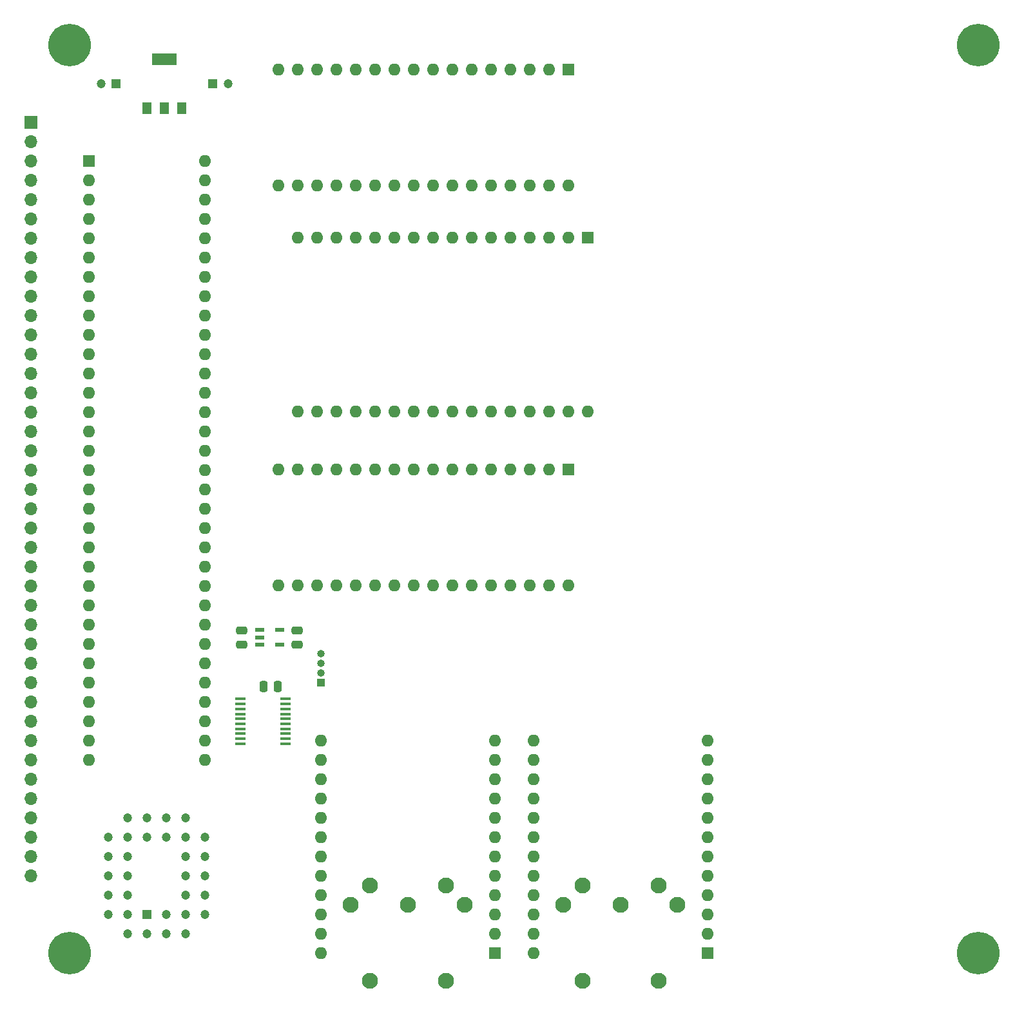
<source format=gbr>
%TF.GenerationSoftware,KiCad,Pcbnew,7.0.5*%
%TF.CreationDate,2023-12-17T19:07:19+02:00*%
%TF.ProjectId,LCD Board,4c434420-426f-4617-9264-2e6b69636164,rev?*%
%TF.SameCoordinates,Original*%
%TF.FileFunction,Soldermask,Top*%
%TF.FilePolarity,Negative*%
%FSLAX46Y46*%
G04 Gerber Fmt 4.6, Leading zero omitted, Abs format (unit mm)*
G04 Created by KiCad (PCBNEW 7.0.5) date 2023-12-17 19:07:19*
%MOMM*%
%LPD*%
G01*
G04 APERTURE LIST*
G04 Aperture macros list*
%AMRoundRect*
0 Rectangle with rounded corners*
0 $1 Rounding radius*
0 $2 $3 $4 $5 $6 $7 $8 $9 X,Y pos of 4 corners*
0 Add a 4 corners polygon primitive as box body*
4,1,4,$2,$3,$4,$5,$6,$7,$8,$9,$2,$3,0*
0 Add four circle primitives for the rounded corners*
1,1,$1+$1,$2,$3*
1,1,$1+$1,$4,$5*
1,1,$1+$1,$6,$7*
1,1,$1+$1,$8,$9*
0 Add four rect primitives between the rounded corners*
20,1,$1+$1,$2,$3,$4,$5,0*
20,1,$1+$1,$4,$5,$6,$7,0*
20,1,$1+$1,$6,$7,$8,$9,0*
20,1,$1+$1,$8,$9,$2,$3,0*%
G04 Aperture macros list end*
%ADD10R,1.200000X1.500000*%
%ADD11R,3.300000X1.500000*%
%ADD12RoundRect,0.250000X0.250000X0.475000X-0.250000X0.475000X-0.250000X-0.475000X0.250000X-0.475000X0*%
%ADD13RoundRect,0.250000X0.475000X-0.250000X0.475000X0.250000X-0.475000X0.250000X-0.475000X-0.250000X0*%
%ADD14R,1.600000X1.600000*%
%ADD15O,1.600000X1.600000*%
%ADD16C,5.600000*%
%ADD17R,1.200000X1.200000*%
%ADD18C,1.200000*%
%ADD19R,1.150000X0.600000*%
%ADD20C,2.100000*%
%ADD21R,1.475000X0.450000*%
%ADD22R,1.000000X1.000000*%
%ADD23O,1.000000X1.000000*%
%ADD24R,1.700000X1.700000*%
%ADD25O,1.700000X1.700000*%
G04 APERTURE END LIST*
D10*
%TO.C,IC3*%
X66058000Y-46380000D03*
X68358000Y-46380000D03*
X70658000Y-46380000D03*
D11*
X68358000Y-39980000D03*
%TD*%
D12*
%TO.C,C5*%
X83247000Y-122432000D03*
X81347000Y-122432000D03*
%TD*%
D13*
%TO.C,C1*%
X78516000Y-116946000D03*
X78516000Y-115046000D03*
%TD*%
D14*
%TO.C,B2*%
X121412000Y-93853000D03*
D15*
X118872000Y-93853000D03*
X116332000Y-93853000D03*
X113792000Y-93853000D03*
X111252000Y-93853000D03*
X108712000Y-93853000D03*
X106172000Y-93853000D03*
X103632000Y-93853000D03*
X101092000Y-93853000D03*
X98552000Y-93853000D03*
X96012000Y-93853000D03*
X93472000Y-93853000D03*
X90932000Y-93853000D03*
X88392000Y-93853000D03*
X85852000Y-93853000D03*
X83312000Y-93853000D03*
X83312000Y-109093000D03*
X85852000Y-109093000D03*
X88392000Y-109093000D03*
X90932000Y-109093000D03*
X93472000Y-109093000D03*
X96012000Y-109093000D03*
X98552000Y-109093000D03*
X101092000Y-109093000D03*
X103632000Y-109093000D03*
X106172000Y-109093000D03*
X108712000Y-109093000D03*
X111252000Y-109093000D03*
X113792000Y-109093000D03*
X116332000Y-109093000D03*
X118872000Y-109093000D03*
X121412000Y-109093000D03*
%TD*%
D14*
%TO.C,B16*%
X58420000Y-53340000D03*
D15*
X58420000Y-55880000D03*
X58420000Y-58420000D03*
X58420000Y-60960000D03*
X58420000Y-63500000D03*
X58420000Y-66040000D03*
X58420000Y-68580000D03*
X58420000Y-71120000D03*
X58420000Y-73660000D03*
X58420000Y-76200000D03*
X58420000Y-78740000D03*
X58420000Y-81280000D03*
X58420000Y-83820000D03*
X58420000Y-86360000D03*
X58420000Y-88900000D03*
X58420000Y-91440000D03*
X58420000Y-93980000D03*
X58420000Y-96520000D03*
X58420000Y-99060000D03*
X58420000Y-101600000D03*
X58420000Y-104140000D03*
X58420000Y-106680000D03*
X58420000Y-109220000D03*
X58420000Y-111760000D03*
X58420000Y-114300000D03*
X58420000Y-116840000D03*
X58420000Y-119380000D03*
X58420000Y-121920000D03*
X58420000Y-124460000D03*
X58420000Y-127000000D03*
X58420000Y-129540000D03*
X58420000Y-132080000D03*
X73660000Y-132080000D03*
X73660000Y-129540000D03*
X73660000Y-127000000D03*
X73660000Y-124460000D03*
X73660000Y-121920000D03*
X73660000Y-119380000D03*
X73660000Y-116840000D03*
X73660000Y-114300000D03*
X73660000Y-111760000D03*
X73660000Y-109220000D03*
X73660000Y-106680000D03*
X73660000Y-104140000D03*
X73660000Y-101600000D03*
X73660000Y-99060000D03*
X73660000Y-96520000D03*
X73660000Y-93980000D03*
X73660000Y-91440000D03*
X73660000Y-88900000D03*
X73660000Y-86360000D03*
X73660000Y-83820000D03*
X73660000Y-81280000D03*
X73660000Y-78740000D03*
X73660000Y-76200000D03*
X73660000Y-73660000D03*
X73660000Y-71120000D03*
X73660000Y-68580000D03*
X73660000Y-66040000D03*
X73660000Y-63500000D03*
X73660000Y-60960000D03*
X73660000Y-58420000D03*
X73660000Y-55880000D03*
X73660000Y-53340000D03*
%TD*%
D16*
%TO.C,H4*%
X175260000Y-38100000D03*
%TD*%
D17*
%TO.C,C4*%
X74708000Y-43180000D03*
D18*
X76708000Y-43180000D03*
%TD*%
D19*
%TO.C,IC2*%
X80869000Y-115001000D03*
X80869000Y-115951000D03*
X80869000Y-116901000D03*
X83469000Y-116901000D03*
X83469000Y-115001000D03*
%TD*%
D14*
%TO.C,B1*%
X123952000Y-63373000D03*
D15*
X121412000Y-63373000D03*
X118872000Y-63373000D03*
X116332000Y-63373000D03*
X113792000Y-63373000D03*
X111252000Y-63373000D03*
X108712000Y-63373000D03*
X106172000Y-63373000D03*
X103632000Y-63373000D03*
X101092000Y-63373000D03*
X98552000Y-63373000D03*
X96012000Y-63373000D03*
X93472000Y-63373000D03*
X90932000Y-63373000D03*
X88392000Y-63373000D03*
X85852000Y-63373000D03*
X85852000Y-86233000D03*
X88392000Y-86233000D03*
X90932000Y-86233000D03*
X93472000Y-86233000D03*
X96012000Y-86233000D03*
X98552000Y-86233000D03*
X101092000Y-86233000D03*
X103632000Y-86233000D03*
X106172000Y-86233000D03*
X108712000Y-86233000D03*
X111252000Y-86233000D03*
X113792000Y-86233000D03*
X116332000Y-86233000D03*
X118872000Y-86233000D03*
X121412000Y-86233000D03*
X123952000Y-86233000D03*
%TD*%
D16*
%TO.C,H1*%
X55880000Y-38100000D03*
%TD*%
D13*
%TO.C,C2*%
X85755000Y-116946000D03*
X85755000Y-115046000D03*
%TD*%
D20*
%TO.C,B4*%
X107830000Y-151130000D03*
X105330000Y-161130000D03*
X105330000Y-148630000D03*
X100330000Y-151130000D03*
X95330000Y-161130000D03*
X95330000Y-148630000D03*
X92830000Y-151130000D03*
D14*
X111760000Y-157480000D03*
D15*
X111760000Y-154940000D03*
X111760000Y-152400000D03*
X111760000Y-149860000D03*
X111760000Y-147320000D03*
X111760000Y-144780000D03*
X111760000Y-142240000D03*
X111760000Y-139700000D03*
X111760000Y-137160000D03*
X111760000Y-134620000D03*
X111760000Y-132080000D03*
X111760000Y-129540000D03*
X88900000Y-129540000D03*
X88900000Y-132080000D03*
X88900000Y-134620000D03*
X88900000Y-137160000D03*
X88900000Y-139700000D03*
X88900000Y-142240000D03*
X88900000Y-144780000D03*
X88900000Y-147320000D03*
X88900000Y-149860000D03*
X88900000Y-152400000D03*
X88900000Y-154940000D03*
X88900000Y-157480000D03*
%TD*%
D16*
%TO.C,H3*%
X55880000Y-157480000D03*
%TD*%
D21*
%TO.C,IC4*%
X78342000Y-124075000D03*
X78342000Y-124725000D03*
X78342000Y-125375000D03*
X78342000Y-126025000D03*
X78342000Y-126675000D03*
X78342000Y-127325000D03*
X78342000Y-127975000D03*
X78342000Y-128625000D03*
X78342000Y-129275000D03*
X78342000Y-129925000D03*
X84218000Y-129925000D03*
X84218000Y-129275000D03*
X84218000Y-128625000D03*
X84218000Y-127975000D03*
X84218000Y-127325000D03*
X84218000Y-126675000D03*
X84218000Y-126025000D03*
X84218000Y-125375000D03*
X84218000Y-124725000D03*
X84218000Y-124075000D03*
%TD*%
D22*
%TO.C,J2*%
X88900000Y-121920000D03*
D23*
X88900000Y-120650000D03*
X88900000Y-119380000D03*
X88900000Y-118110000D03*
%TD*%
D16*
%TO.C,H2*%
X175260000Y-157480000D03*
%TD*%
D17*
%TO.C,C3*%
X62008000Y-43180000D03*
D18*
X60008000Y-43180000D03*
%TD*%
D17*
%TO.C,IC1*%
X66040000Y-152400000D03*
D18*
X68580000Y-154940000D03*
X68580000Y-152400000D03*
X71120000Y-154940000D03*
X73660000Y-152400000D03*
X71120000Y-152400000D03*
X73660000Y-149860000D03*
X71120000Y-149860000D03*
X73660000Y-147320000D03*
X71120000Y-147320000D03*
X73660000Y-144780000D03*
X71120000Y-144780000D03*
X73660000Y-142240000D03*
X71120000Y-139700000D03*
X71120000Y-142240000D03*
X68580000Y-139700000D03*
X68580000Y-142240000D03*
X66040000Y-139700000D03*
X66040000Y-142240000D03*
X63500000Y-139700000D03*
X60960000Y-142240000D03*
X63500000Y-142240000D03*
X60960000Y-144780000D03*
X63500000Y-144780000D03*
X60960000Y-147320000D03*
X63500000Y-147320000D03*
X60960000Y-149860000D03*
X63500000Y-149860000D03*
X60960000Y-152400000D03*
X63500000Y-154940000D03*
X63500000Y-152400000D03*
X66040000Y-154940000D03*
%TD*%
D20*
%TO.C,B5*%
X135770000Y-151130000D03*
X133270000Y-161130000D03*
X133270000Y-148630000D03*
X128270000Y-151130000D03*
X123270000Y-161130000D03*
X123270000Y-148630000D03*
X120770000Y-151130000D03*
D14*
X139700000Y-157480000D03*
D15*
X139700000Y-154940000D03*
X139700000Y-152400000D03*
X139700000Y-149860000D03*
X139700000Y-147320000D03*
X139700000Y-144780000D03*
X139700000Y-142240000D03*
X139700000Y-139700000D03*
X139700000Y-137160000D03*
X139700000Y-134620000D03*
X139700000Y-132080000D03*
X139700000Y-129540000D03*
X116840000Y-129540000D03*
X116840000Y-132080000D03*
X116840000Y-134620000D03*
X116840000Y-137160000D03*
X116840000Y-139700000D03*
X116840000Y-142240000D03*
X116840000Y-144780000D03*
X116840000Y-147320000D03*
X116840000Y-149860000D03*
X116840000Y-152400000D03*
X116840000Y-154940000D03*
X116840000Y-157480000D03*
%TD*%
D14*
%TO.C,B3*%
X121412000Y-41275000D03*
D15*
X118872000Y-41275000D03*
X116332000Y-41275000D03*
X113792000Y-41275000D03*
X111252000Y-41275000D03*
X108712000Y-41275000D03*
X106172000Y-41275000D03*
X103632000Y-41275000D03*
X101092000Y-41275000D03*
X98552000Y-41275000D03*
X96012000Y-41275000D03*
X93472000Y-41275000D03*
X90932000Y-41275000D03*
X88392000Y-41275000D03*
X85852000Y-41275000D03*
X83312000Y-41275000D03*
X83312000Y-56515000D03*
X85852000Y-56515000D03*
X88392000Y-56515000D03*
X90932000Y-56515000D03*
X93472000Y-56515000D03*
X96012000Y-56515000D03*
X98552000Y-56515000D03*
X101092000Y-56515000D03*
X103632000Y-56515000D03*
X106172000Y-56515000D03*
X108712000Y-56515000D03*
X111252000Y-56515000D03*
X113792000Y-56515000D03*
X116332000Y-56515000D03*
X118872000Y-56515000D03*
X121412000Y-56515000D03*
%TD*%
D24*
%TO.C,J1*%
X50800000Y-48260000D03*
D25*
X50800000Y-50800000D03*
X50800000Y-53340000D03*
X50800000Y-55880000D03*
X50800000Y-58420000D03*
X50800000Y-60960000D03*
X50800000Y-63500000D03*
X50800000Y-66040000D03*
X50800000Y-68580000D03*
X50800000Y-71120000D03*
X50800000Y-73660000D03*
X50800000Y-76200000D03*
X50800000Y-78740000D03*
X50800000Y-81280000D03*
X50800000Y-83820000D03*
X50800000Y-86360000D03*
X50800000Y-88900000D03*
X50800000Y-91440000D03*
X50800000Y-93980000D03*
X50800000Y-96520000D03*
X50800000Y-99060000D03*
X50800000Y-101600000D03*
X50800000Y-104140000D03*
X50800000Y-106680000D03*
X50800000Y-109220000D03*
X50800000Y-111760000D03*
X50800000Y-114300000D03*
X50800000Y-116840000D03*
X50800000Y-119380000D03*
X50800000Y-121920000D03*
X50800000Y-124460000D03*
X50800000Y-127000000D03*
X50800000Y-129540000D03*
X50800000Y-132080000D03*
X50800000Y-134620000D03*
X50800000Y-137160000D03*
X50800000Y-139700000D03*
X50800000Y-142240000D03*
X50800000Y-144780000D03*
X50800000Y-147320000D03*
%TD*%
M02*

</source>
